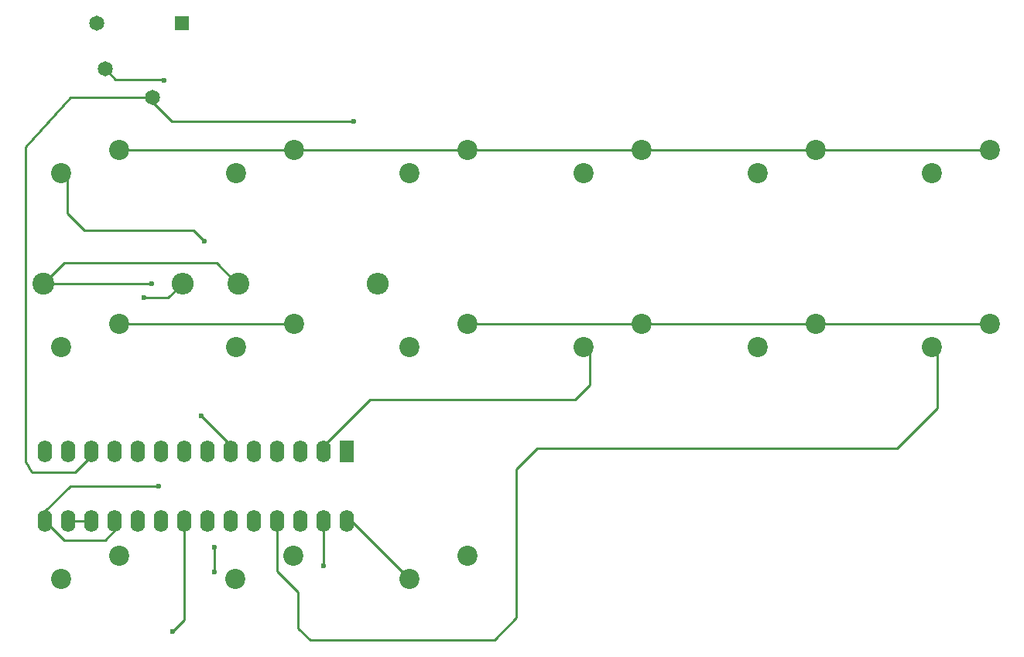
<source format=gbr>
G04 #@! TF.FileFunction,Copper,L1,Top,Signal*
%FSLAX46Y46*%
G04 Gerber Fmt 4.6, Leading zero omitted, Abs format (unit mm)*
G04 Created by KiCad (PCBNEW 4.0.7) date 03/10/21 14:30:36*
%MOMM*%
%LPD*%
G01*
G04 APERTURE LIST*
%ADD10C,0.100000*%
%ADD11C,2.200000*%
%ADD12R,1.600000X2.400000*%
%ADD13O,1.600000X2.400000*%
%ADD14C,2.400000*%
%ADD15O,2.400000X2.400000*%
%ADD16R,1.650000X1.650000*%
%ADD17C,1.650000*%
%ADD18C,0.600000*%
%ADD19C,0.250000*%
G04 APERTURE END LIST*
D10*
D11*
X70231000Y-101981000D03*
X63881000Y-104521000D03*
X89281000Y-101981000D03*
X82931000Y-104521000D03*
X70297040Y-57556400D03*
X63947040Y-60096400D03*
X70271640Y-76611480D03*
X63921640Y-79151480D03*
X108331000Y-101981000D03*
X101981000Y-104521000D03*
X89363250Y-57555500D03*
X83013250Y-60095500D03*
X89363250Y-76586750D03*
X83013250Y-79126750D03*
X108394500Y-57555500D03*
X102044500Y-60095500D03*
X127425750Y-76586750D03*
X121075750Y-79126750D03*
D12*
X95175750Y-90555500D03*
D13*
X62155750Y-98175500D03*
X92635750Y-90555500D03*
X64695750Y-98175500D03*
X90095750Y-90555500D03*
X67235750Y-98175500D03*
X87555750Y-90555500D03*
X69775750Y-98175500D03*
X85015750Y-90555500D03*
X72315750Y-98175500D03*
X82475750Y-90555500D03*
X74855750Y-98175500D03*
X79935750Y-90555500D03*
X77395750Y-98175500D03*
X77395750Y-90555500D03*
X79935750Y-98175500D03*
X74855750Y-90555500D03*
X82475750Y-98175500D03*
X72315750Y-90555500D03*
X85015750Y-98175500D03*
X69775750Y-90555500D03*
X87555750Y-98175500D03*
X67235750Y-90555500D03*
X90095750Y-98175500D03*
X64695750Y-90555500D03*
X92635750Y-98175500D03*
X62155750Y-90555500D03*
X95175750Y-98175500D03*
D14*
X83269500Y-72180500D03*
D15*
X98509500Y-72180500D03*
D14*
X61988250Y-72180500D03*
D15*
X77228250Y-72180500D03*
D16*
X77100750Y-43705500D03*
D17*
X68700750Y-48705500D03*
X73900750Y-51805500D03*
X67800750Y-43705500D03*
D11*
X127425750Y-57555500D03*
X121075750Y-60095500D03*
X108394500Y-76586750D03*
X102044500Y-79126750D03*
X165488250Y-57555500D03*
X159138250Y-60095500D03*
X165488250Y-76586750D03*
X159138250Y-79126750D03*
X146457000Y-57555500D03*
X140107000Y-60095500D03*
X146457000Y-76586750D03*
X140107000Y-79126750D03*
D18*
X79613250Y-67586750D03*
X76144500Y-110336750D03*
X79238250Y-86711750D03*
X80644500Y-101055500D03*
X80644500Y-103774250D03*
X92644500Y-103118000D03*
X72957000Y-73774250D03*
X75207000Y-49961750D03*
X95925750Y-54461750D03*
X74550750Y-94399250D03*
X73800750Y-72180500D03*
D19*
X87555750Y-98175500D02*
X87555750Y-103706750D01*
X159769500Y-85868000D02*
X159769500Y-79758000D01*
X155363250Y-90274250D02*
X159769500Y-85868000D01*
X115988250Y-90274250D02*
X155363250Y-90274250D01*
X113738250Y-92524250D02*
X115988250Y-90274250D01*
X113738250Y-108836750D02*
X113738250Y-92524250D01*
X111300750Y-111274250D02*
X113738250Y-108836750D01*
X91144500Y-111274250D02*
X111300750Y-111274250D01*
X89832000Y-109961750D02*
X91144500Y-111274250D01*
X89832000Y-105983000D02*
X89832000Y-109961750D01*
X87555750Y-103706750D02*
X89832000Y-105983000D01*
X159769500Y-79758000D02*
X159138250Y-79126750D01*
X64613250Y-64493000D02*
X64613250Y-60762610D01*
X66488250Y-66368000D02*
X64613250Y-64493000D01*
X78394500Y-66368000D02*
X66488250Y-66368000D01*
X79613250Y-67586750D02*
X78394500Y-66368000D01*
X64613250Y-60762610D02*
X63947040Y-60096400D01*
X77395750Y-98175500D02*
X77395750Y-109085500D01*
X77395750Y-109085500D02*
X76144500Y-110336750D01*
X82475750Y-90555500D02*
X82475750Y-89949250D01*
X82475750Y-89949250D02*
X79238250Y-86711750D01*
X92635750Y-90555500D02*
X92635750Y-90001750D01*
X92635750Y-90001750D02*
X97707000Y-84930500D01*
X97707000Y-84930500D02*
X120113250Y-84930500D01*
X120113250Y-84930500D02*
X121707000Y-83336750D01*
X121707000Y-83336750D02*
X121707000Y-79758000D01*
X121707000Y-79758000D02*
X121075750Y-79126750D01*
X80644500Y-103774250D02*
X80644500Y-101055500D01*
X92635750Y-98175500D02*
X92635750Y-103109250D01*
X92635750Y-103109250D02*
X92644500Y-103118000D01*
X95175750Y-98175500D02*
X95635500Y-98175500D01*
X95635500Y-98175500D02*
X101981000Y-104521000D01*
X77228250Y-72180500D02*
X77175750Y-72180500D01*
X77175750Y-72180500D02*
X75582000Y-73774250D01*
X75582000Y-73774250D02*
X72957000Y-73774250D01*
X69863250Y-49868000D02*
X68700750Y-48705500D01*
X75113250Y-49868000D02*
X69863250Y-49868000D01*
X75207000Y-49961750D02*
X75113250Y-49868000D01*
X76050750Y-54461750D02*
X73900750Y-52311750D01*
X95925750Y-54461750D02*
X76050750Y-54461750D01*
X73900750Y-52311750D02*
X73900750Y-51805500D01*
X67235750Y-90555500D02*
X67235750Y-91120500D01*
X67235750Y-91120500D02*
X65457000Y-92899250D01*
X65457000Y-92899250D02*
X60675750Y-92899250D01*
X60675750Y-92899250D02*
X60019500Y-91680500D01*
X60019500Y-91680500D02*
X60019500Y-57274250D01*
X60019500Y-57274250D02*
X64925750Y-51805500D01*
X64925750Y-51805500D02*
X73900750Y-51805500D01*
X108394500Y-76586750D02*
X127425750Y-76586750D01*
X127425750Y-76586750D02*
X146457000Y-76586750D01*
X146457000Y-76586750D02*
X165488250Y-76586750D01*
X146457000Y-57555500D02*
X165488250Y-57555500D01*
X127425750Y-57555500D02*
X146457000Y-57555500D01*
X108394500Y-57555500D02*
X127425750Y-57555500D01*
X89363250Y-57555500D02*
X108394500Y-57555500D01*
X70297040Y-57556400D02*
X89362350Y-57556400D01*
X89362350Y-57556400D02*
X89363250Y-57555500D01*
X89363250Y-76586750D02*
X70296370Y-76586750D01*
X70296370Y-76586750D02*
X70271640Y-76611480D01*
X64695750Y-98175500D02*
X67235750Y-98175500D01*
X69775750Y-98175500D02*
X69775750Y-99268000D01*
X69775750Y-99268000D02*
X68738250Y-100305500D01*
X68738250Y-100305500D02*
X64285750Y-100305500D01*
X64285750Y-100305500D02*
X62155750Y-98175500D01*
X64894500Y-94399250D02*
X62155750Y-97138000D01*
X74550750Y-94399250D02*
X64894500Y-94399250D01*
X62155750Y-97138000D02*
X62155750Y-98175500D01*
X73800750Y-72180500D02*
X61988250Y-72180500D01*
X83269500Y-72180500D02*
X83175750Y-72180500D01*
X83175750Y-72180500D02*
X80925750Y-69930500D01*
X80925750Y-69930500D02*
X64238250Y-69930500D01*
X64238250Y-69930500D02*
X61988250Y-72180500D01*
M02*

</source>
